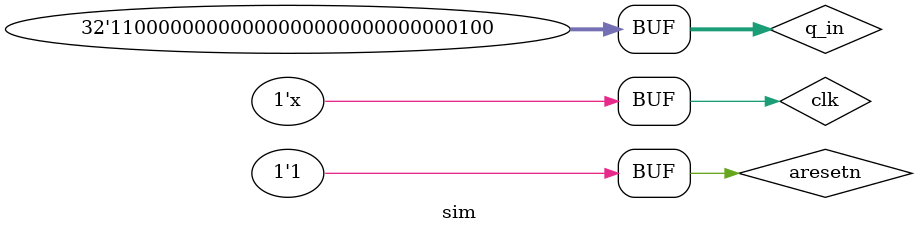
<source format=v>
`timescale 1ns / 1ps


module sim(

    );
    reg clk = 1;
    reg aresetn = 0;
    wire [31:0] float_out;
    integer i;
    reg signed [31:0] q_in;
    
    wire [31:0] cp_float_out;
    signedFraction32_to_floatingPoint32_lzd SignedFraction32_to_Float32UUT(
     .clk(clk),
     .q_in(q_in),
     .float_out(float_out)
    );
    
    initial begin
        aresetn = 0;
        #30 aresetn = 1;
        // ¿¹½Ã ÀÔ·Â 1

    
    // -1.0 (Q2.30)
        /*q_in = 32'h40000000;  // -1.0 in Q2.30*/
        q_in = 32'b11000000000000000000000000000100;
        //00111111111111111111111111111100
    
        /*q_in = 32'hC0CCCCC;  // -1.1 in Q2.30 (Á¤¼öºÎ [31:30] = 11, ¼Ò¼öºÎ º¯È¯ ¿Ï·á)*/
        
        /*for (i = 0; i <= 200000; i = i + 1) begin
            #10;  // 10ns¸¶´Ù ¾÷µ¥ÀÌÆ® (Å¬·° »çÀÌÅ¬¿¡ ¸ÂÃç º¯°æ)
            q_in = q_in + 32'hA3D70A;  // +0.01 in Q2.30 (¼Ò¼öºÎ º¯È¯ ¿Ï·á)
            
            // Q2.30 ¹üÀ§ ÃÊ°ú ¹æÁö
            if (q_in[31:30] == 2'b01 && q_in[29:0] > 30'h33333333) begin
                q_in = 32'hC0CCCCC;  // ´Ù½Ã -1.1·Î ÃÊ±âÈ­
            end
        end*/
        end
    always begin
        #5 clk <= ~clk;
    end    
    
endmodule
</source>
